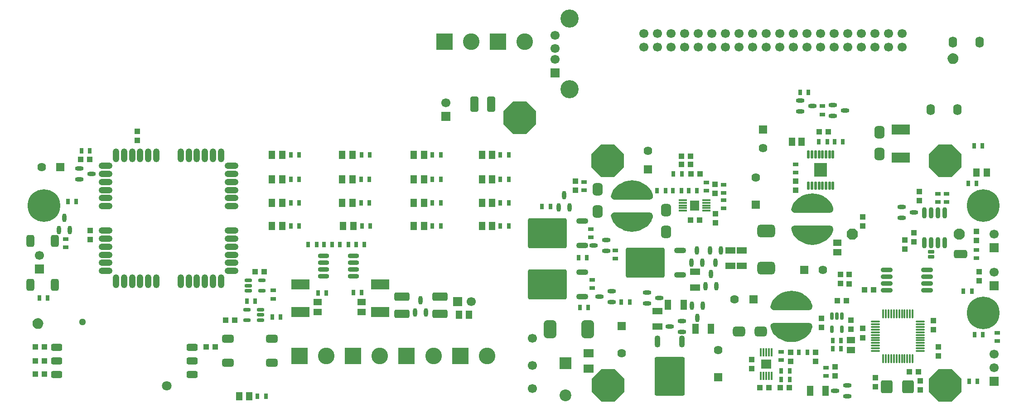
<source format=gts>
G04*
G04 #@! TF.GenerationSoftware,Altium Limited,Altium Designer,19.1.6 (110)*
G04*
G04 Layer_Color=8388736*
%FSLAX24Y24*%
%MOIN*%
G70*
G01*
G75*
%ADD57R,0.0394X0.0433*%
%ADD58O,0.0320X0.0630*%
G04:AMPARAMS|DCode=59|XSize=86.6mil|YSize=59.1mil|CornerRadius=15.7mil|HoleSize=0mil|Usage=FLASHONLY|Rotation=90.000|XOffset=0mil|YOffset=0mil|HoleType=Round|Shape=RoundedRectangle|*
%AMROUNDEDRECTD59*
21,1,0.0866,0.0276,0,0,90.0*
21,1,0.0551,0.0591,0,0,90.0*
1,1,0.0315,0.0138,0.0276*
1,1,0.0315,0.0138,-0.0276*
1,1,0.0315,-0.0138,-0.0276*
1,1,0.0315,-0.0138,0.0276*
%
%ADD59ROUNDEDRECTD59*%
%ADD60R,0.0453X0.0591*%
%ADD61R,0.0315X0.0394*%
%ADD62O,0.0839X0.0335*%
%ADD63R,0.0433X0.0433*%
%ADD64R,0.0394X0.0315*%
%ADD65O,0.0630X0.0320*%
%ADD66R,0.1378X0.0748*%
G04:AMPARAMS|DCode=67|XSize=90.6mil|YSize=72.8mil|CornerRadius=19.2mil|HoleSize=0mil|Usage=FLASHONLY|Rotation=270.000|XOffset=0mil|YOffset=0mil|HoleType=Round|Shape=RoundedRectangle|*
%AMROUNDEDRECTD67*
21,1,0.0906,0.0344,0,0,270.0*
21,1,0.0522,0.0728,0,0,270.0*
1,1,0.0384,-0.0172,-0.0261*
1,1,0.0384,-0.0172,0.0261*
1,1,0.0384,0.0172,0.0261*
1,1,0.0384,0.0172,-0.0261*
%
%ADD67ROUNDEDRECTD67*%
%ADD68R,0.0433X0.0394*%
G04:AMPARAMS|DCode=69|XSize=114.2mil|YSize=63mil|CornerRadius=16.7mil|HoleSize=0mil|Usage=FLASHONLY|Rotation=0.000|XOffset=0mil|YOffset=0mil|HoleType=Round|Shape=RoundedRectangle|*
%AMROUNDEDRECTD69*
21,1,0.1142,0.0295,0,0,0.0*
21,1,0.0807,0.0630,0,0,0.0*
1,1,0.0335,0.0404,-0.0148*
1,1,0.0335,-0.0404,-0.0148*
1,1,0.0335,-0.0404,0.0148*
1,1,0.0335,0.0404,0.0148*
%
%ADD69ROUNDEDRECTD69*%
G04:AMPARAMS|DCode=70|XSize=86.6mil|YSize=59.1mil|CornerRadius=15.7mil|HoleSize=0mil|Usage=FLASHONLY|Rotation=0.000|XOffset=0mil|YOffset=0mil|HoleType=Round|Shape=RoundedRectangle|*
%AMROUNDEDRECTD70*
21,1,0.0866,0.0276,0,0,0.0*
21,1,0.0551,0.0591,0,0,0.0*
1,1,0.0315,0.0276,-0.0138*
1,1,0.0315,-0.0276,-0.0138*
1,1,0.0315,-0.0276,0.0138*
1,1,0.0315,0.0276,0.0138*
%
%ADD70ROUNDEDRECTD70*%
%ADD71O,0.0571X0.0276*%
G04:AMPARAMS|DCode=72|XSize=114.2mil|YSize=63mil|CornerRadius=16.7mil|HoleSize=0mil|Usage=FLASHONLY|Rotation=90.000|XOffset=0mil|YOffset=0mil|HoleType=Round|Shape=RoundedRectangle|*
%AMROUNDEDRECTD72*
21,1,0.1142,0.0295,0,0,90.0*
21,1,0.0807,0.0630,0,0,90.0*
1,1,0.0335,0.0148,0.0404*
1,1,0.0335,0.0148,-0.0404*
1,1,0.0335,-0.0148,-0.0404*
1,1,0.0335,-0.0148,0.0404*
%
%ADD72ROUNDEDRECTD72*%
%ADD73O,0.1024X0.0472*%
%ADD74O,0.0472X0.1024*%
%ADD75R,0.0492X0.0610*%
%ADD76R,0.0610X0.0492*%
%ADD77R,0.0945X0.1004*%
%ADD78O,0.0217X0.0630*%
G04:AMPARAMS|DCode=79|XSize=131.9mil|YSize=94.5mil|CornerRadius=24.6mil|HoleSize=0mil|Usage=FLASHONLY|Rotation=180.000|XOffset=0mil|YOffset=0mil|HoleType=Round|Shape=RoundedRectangle|*
%AMROUNDEDRECTD79*
21,1,0.1319,0.0453,0,0,180.0*
21,1,0.0827,0.0945,0,0,180.0*
1,1,0.0492,-0.0413,0.0226*
1,1,0.0492,0.0413,0.0226*
1,1,0.0492,0.0413,-0.0226*
1,1,0.0492,-0.0413,-0.0226*
%
%ADD79ROUNDEDRECTD79*%
%ADD80O,0.0889X0.0335*%
%ADD81R,0.0453X0.0728*%
%ADD82O,0.0276X0.0571*%
G04:AMPARAMS|DCode=83|XSize=47.2mil|YSize=27.6mil|CornerRadius=7.9mil|HoleSize=0mil|Usage=FLASHONLY|Rotation=0.000|XOffset=0mil|YOffset=0mil|HoleType=Round|Shape=RoundedRectangle|*
%AMROUNDEDRECTD83*
21,1,0.0472,0.0118,0,0,0.0*
21,1,0.0315,0.0276,0,0,0.0*
1,1,0.0157,0.0157,-0.0059*
1,1,0.0157,-0.0157,-0.0059*
1,1,0.0157,-0.0157,0.0059*
1,1,0.0157,0.0157,0.0059*
%
%ADD83ROUNDEDRECTD83*%
G04:AMPARAMS|DCode=84|XSize=98.4mil|YSize=63mil|CornerRadius=16.7mil|HoleSize=0mil|Usage=FLASHONLY|Rotation=0.000|XOffset=0mil|YOffset=0mil|HoleType=Round|Shape=RoundedRectangle|*
%AMROUNDEDRECTD84*
21,1,0.0984,0.0295,0,0,0.0*
21,1,0.0650,0.0630,0,0,0.0*
1,1,0.0335,0.0325,-0.0148*
1,1,0.0335,-0.0325,-0.0148*
1,1,0.0335,-0.0325,0.0148*
1,1,0.0335,0.0325,0.0148*
%
%ADD84ROUNDEDRECTD84*%
%ADD85O,0.0335X0.0839*%
%ADD86O,0.0669X0.0157*%
%ADD87O,0.0157X0.0669*%
G04:AMPARAMS|DCode=88|XSize=94.5mil|YSize=86.6mil|CornerRadius=14.4mil|HoleSize=0mil|Usage=FLASHONLY|Rotation=90.000|XOffset=0mil|YOffset=0mil|HoleType=Round|Shape=RoundedRectangle|*
%AMROUNDEDRECTD88*
21,1,0.0945,0.0579,0,0,90.0*
21,1,0.0657,0.0866,0,0,90.0*
1,1,0.0287,0.0289,0.0329*
1,1,0.0287,0.0289,-0.0329*
1,1,0.0287,-0.0289,-0.0329*
1,1,0.0287,-0.0289,0.0329*
%
%ADD88ROUNDEDRECTD88*%
%ADD89R,0.0591X0.0453*%
%ADD90O,0.0886X0.0433*%
G04:AMPARAMS|DCode=91|XSize=283.5mil|YSize=222.4mil|CornerRadius=12.9mil|HoleSize=0mil|Usage=FLASHONLY|Rotation=180.000|XOffset=0mil|YOffset=0mil|HoleType=Round|Shape=RoundedRectangle|*
%AMROUNDEDRECTD91*
21,1,0.2835,0.1967,0,0,180.0*
21,1,0.2577,0.2224,0,0,180.0*
1,1,0.0258,-0.1288,0.0983*
1,1,0.0258,0.1288,0.0983*
1,1,0.0258,0.1288,-0.0983*
1,1,0.0258,-0.1288,-0.0983*
%
%ADD91ROUNDEDRECTD91*%
%ADD92O,0.0610X0.0157*%
%ADD93R,0.0650X0.0768*%
%ADD94R,0.0728X0.0453*%
G04:AMPARAMS|DCode=95|XSize=90.6mil|YSize=72.8mil|CornerRadius=19.2mil|HoleSize=0mil|Usage=FLASHONLY|Rotation=0.000|XOffset=0mil|YOffset=0mil|HoleType=Round|Shape=RoundedRectangle|*
%AMROUNDEDRECTD95*
21,1,0.0906,0.0344,0,0,0.0*
21,1,0.0522,0.0728,0,0,0.0*
1,1,0.0384,0.0261,-0.0172*
1,1,0.0384,-0.0261,-0.0172*
1,1,0.0384,-0.0261,0.0172*
1,1,0.0384,0.0261,0.0172*
%
%ADD95ROUNDEDRECTD95*%
%ADD96O,0.0157X0.0610*%
%ADD97R,0.0768X0.0650*%
%ADD98R,0.0748X0.0591*%
%ADD99O,0.0433X0.0886*%
G04:AMPARAMS|DCode=100|XSize=283.5mil|YSize=222.4mil|CornerRadius=12.9mil|HoleSize=0mil|Usage=FLASHONLY|Rotation=270.000|XOffset=0mil|YOffset=0mil|HoleType=Round|Shape=RoundedRectangle|*
%AMROUNDEDRECTD100*
21,1,0.2835,0.1967,0,0,270.0*
21,1,0.2577,0.2224,0,0,270.0*
1,1,0.0258,-0.0983,-0.1288*
1,1,0.0258,-0.0983,0.1288*
1,1,0.0258,0.0983,0.1288*
1,1,0.0258,0.0983,-0.1288*
%
%ADD100ROUNDEDRECTD100*%
G04:AMPARAMS|DCode=101|XSize=131.9mil|YSize=94.5mil|CornerRadius=24.6mil|HoleSize=0mil|Usage=FLASHONLY|Rotation=90.000|XOffset=0mil|YOffset=0mil|HoleType=Round|Shape=RoundedRectangle|*
%AMROUNDEDRECTD101*
21,1,0.1319,0.0453,0,0,90.0*
21,1,0.0827,0.0945,0,0,90.0*
1,1,0.0492,0.0226,0.0413*
1,1,0.0492,0.0226,-0.0413*
1,1,0.0492,-0.0226,-0.0413*
1,1,0.0492,-0.0226,0.0413*
%
%ADD101ROUNDEDRECTD101*%
G04:AMPARAMS|DCode=102|XSize=82.7mil|YSize=51.2mil|CornerRadius=13.8mil|HoleSize=0mil|Usage=FLASHONLY|Rotation=0.000|XOffset=0mil|YOffset=0mil|HoleType=Round|Shape=RoundedRectangle|*
%AMROUNDEDRECTD102*
21,1,0.0827,0.0236,0,0,0.0*
21,1,0.0551,0.0512,0,0,0.0*
1,1,0.0276,0.0276,-0.0118*
1,1,0.0276,-0.0276,-0.0118*
1,1,0.0276,-0.0276,0.0118*
1,1,0.0276,0.0276,0.0118*
%
%ADD102ROUNDEDRECTD102*%
%ADD103C,0.0512*%
%ADD104C,0.0669*%
%ADD105R,0.0669X0.0669*%
%ADD106C,0.1339*%
%ADD107O,0.0630X0.0827*%
%ADD108C,0.0639*%
%ADD109R,0.0639X0.0639*%
%ADD110C,0.1220*%
%ADD111R,0.1220X0.1220*%
%ADD112R,0.0639X0.0639*%
%ADD113C,0.0827*%
%ADD114P,0.0895X8X202.5*%
%ADD115R,0.0669X0.0669*%
%ADD116R,0.0866X0.0866*%
%ADD117C,0.0866*%
%ADD118C,0.0709*%
%ADD119P,0.2599X8X292.5*%
%ADD120C,0.2402*%
G36*
X77150Y44689D02*
X77246Y44649D01*
X77328Y44586D01*
X77391Y44504D01*
X77431Y44408D01*
X77444Y44306D01*
X77431Y44203D01*
X77391Y44107D01*
X77328Y44025D01*
X77246Y43962D01*
X77150Y43922D01*
X77047Y43908D01*
X76944Y43922D01*
X76849Y43962D01*
X76766Y44025D01*
X76703Y44107D01*
X76664Y44203D01*
X76650Y44306D01*
X76664Y44408D01*
X76703Y44504D01*
X76766Y44586D01*
X76849Y44649D01*
X76944Y44689D01*
X77047Y44703D01*
X77150Y44689D01*
D02*
G37*
G36*
X53650Y35316D02*
X53653Y35314D01*
X53656Y35315D01*
X53874Y35271D01*
X53877Y35269D01*
X53880Y35269D01*
X54091Y35196D01*
X54093Y35194D01*
X54096Y35194D01*
X54295Y35094D01*
X54297Y35092D01*
X54300Y35091D01*
X54484Y34965D01*
X54485Y34963D01*
X54488Y34962D01*
X54654Y34813D01*
X54655Y34811D01*
X54656Y34811D01*
X54658Y34808D01*
X54659Y34807D01*
X54661Y34806D01*
X54766Y34679D01*
X54767Y34676D01*
X54770Y34674D01*
X54854Y34532D01*
X54855Y34529D01*
X54857Y34526D01*
X54918Y34373D01*
X54918Y34372D01*
X54919Y34370D01*
X54961Y34236D01*
X54961Y34232D01*
X54963Y34228D01*
X54972Y34155D01*
X54969Y34147D01*
X54970Y34139D01*
X54952Y34068D01*
X54947Y34062D01*
X54945Y34054D01*
X54901Y33995D01*
X54894Y33990D01*
X54889Y33984D01*
X54827Y33944D01*
X54819Y33943D01*
X54812Y33938D01*
X54740Y33925D01*
X54736Y33926D01*
X54732Y33924D01*
X52126D01*
X52122Y33926D01*
X52118Y33925D01*
X52044Y33939D01*
X52037Y33943D01*
X52029Y33945D01*
X51965Y33985D01*
X51960Y33992D01*
X51953Y33996D01*
X51908Y34057D01*
X51906Y34065D01*
X51901Y34072D01*
X51882Y34145D01*
X51883Y34153D01*
X51881Y34161D01*
X51890Y34236D01*
X51892Y34240D01*
X51891Y34244D01*
X51932Y34373D01*
X51933Y34375D01*
X51933Y34377D01*
X51994Y34527D01*
X51996Y34530D01*
X51997Y34533D01*
X52080Y34673D01*
X52083Y34675D01*
X52084Y34679D01*
X52188Y34804D01*
X52189Y34804D01*
X52190Y34806D01*
X52194Y34811D01*
X52196Y34811D01*
X52196Y34813D01*
X52362Y34962D01*
X52365Y34963D01*
X52367Y34965D01*
X52551Y35091D01*
X52554Y35092D01*
X52555Y35094D01*
X52755Y35194D01*
X52758Y35194D01*
X52760Y35196D01*
X52970Y35269D01*
X52973Y35269D01*
X52976Y35271D01*
X53194Y35315D01*
X53197Y35314D01*
X53200Y35316D01*
X53422Y35331D01*
X53425Y35330D01*
X53428Y35331D01*
X53650Y35316D01*
D02*
G37*
G36*
X66918Y34351D02*
X66921Y34350D01*
X66924Y34350D01*
X67142Y34306D01*
X67145Y34304D01*
X67148Y34305D01*
X67358Y34232D01*
X67361Y34230D01*
X67364Y34230D01*
X67563Y34129D01*
X67565Y34127D01*
X67568Y34126D01*
X67752Y34001D01*
X67753Y33998D01*
X67756Y33997D01*
X67922Y33848D01*
X67922Y33847D01*
X67924Y33846D01*
X67926Y33844D01*
X67927Y33842D01*
X67928Y33841D01*
X68034Y33715D01*
X68035Y33711D01*
X68037Y33709D01*
X68122Y33568D01*
X68122Y33564D01*
X68125Y33562D01*
X68186Y33409D01*
X68186Y33407D01*
X68187Y33406D01*
X68229Y33272D01*
X68229Y33267D01*
X68231Y33264D01*
X68239Y33191D01*
X68237Y33183D01*
X68238Y33175D01*
X68219Y33104D01*
X68214Y33097D01*
X68212Y33089D01*
X68169Y33030D01*
X68162Y33026D01*
X68157Y33019D01*
X68095Y32980D01*
X68087Y32978D01*
X68080Y32974D01*
X68008Y32960D01*
X68004Y32961D01*
X68000Y32959D01*
X65394D01*
X65390Y32961D01*
X65386Y32960D01*
X65312Y32974D01*
X65305Y32979D01*
X65297Y32980D01*
X65233Y33021D01*
X65228Y33027D01*
X65221Y33032D01*
X65176Y33092D01*
X65174Y33100D01*
X65169Y33107D01*
X65150Y33180D01*
X65151Y33188D01*
X65149Y33196D01*
X65157Y33271D01*
X65160Y33275D01*
X65159Y33279D01*
X65200Y33409D01*
X65201Y33410D01*
X65201Y33412D01*
X65261Y33563D01*
X65264Y33565D01*
X65264Y33569D01*
X65348Y33708D01*
X65350Y33711D01*
X65351Y33714D01*
X65455Y33839D01*
X65457Y33840D01*
X65458Y33842D01*
X65462Y33846D01*
X65464Y33847D01*
X65464Y33848D01*
X65630Y33997D01*
X65633Y33998D01*
X65634Y34001D01*
X65818Y34126D01*
X65821Y34127D01*
X65823Y34129D01*
X66022Y34230D01*
X66025Y34230D01*
X66028Y34232D01*
X66238Y34305D01*
X66241Y34304D01*
X66244Y34306D01*
X66462Y34350D01*
X66465Y34350D01*
X66468Y34351D01*
X66690Y34366D01*
X66693Y34365D01*
X66696Y34366D01*
X66918Y34351D01*
D02*
G37*
G36*
X54728Y32964D02*
X54732Y32965D01*
X54806Y32951D01*
X54813Y32946D01*
X54821Y32945D01*
X54885Y32905D01*
X54890Y32898D01*
X54897Y32894D01*
X54942Y32833D01*
X54944Y32825D01*
X54949Y32818D01*
X54968Y32745D01*
X54967Y32737D01*
X54969Y32729D01*
X54961Y32654D01*
X54959Y32650D01*
X54959Y32646D01*
X54918Y32516D01*
X54917Y32515D01*
X54917Y32513D01*
X54857Y32362D01*
X54854Y32360D01*
X54854Y32356D01*
X54771Y32217D01*
X54768Y32215D01*
X54767Y32211D01*
X54663Y32086D01*
X54661Y32085D01*
X54661Y32084D01*
X54656Y32079D01*
X54655Y32078D01*
X54654Y32077D01*
X54488Y31928D01*
X54485Y31927D01*
X54484Y31924D01*
X54300Y31799D01*
X54297Y31798D01*
X54295Y31796D01*
X54096Y31696D01*
X54093Y31695D01*
X54091Y31693D01*
X53880Y31621D01*
X53877Y31621D01*
X53874Y31619D01*
X53656Y31575D01*
X53653Y31575D01*
X53650Y31574D01*
X53428Y31559D01*
X53425Y31560D01*
X53422Y31559D01*
X53200Y31574D01*
X53197Y31575D01*
X53194Y31575D01*
X52976Y31619D01*
X52973Y31621D01*
X52970Y31621D01*
X52760Y31693D01*
X52758Y31695D01*
X52755Y31696D01*
X52555Y31796D01*
X52554Y31798D01*
X52551Y31799D01*
X52367Y31924D01*
X52365Y31927D01*
X52362Y31928D01*
X52196Y32077D01*
X52196Y32078D01*
X52194Y32079D01*
X52192Y32081D01*
X52191Y32083D01*
X52190Y32084D01*
X52085Y32211D01*
X52084Y32214D01*
X52081Y32216D01*
X51996Y32357D01*
X51996Y32361D01*
X51993Y32364D01*
X51932Y32516D01*
X51932Y32518D01*
X51931Y32520D01*
X51889Y32654D01*
X51889Y32658D01*
X51887Y32661D01*
X51879Y32734D01*
X51881Y32742D01*
X51880Y32751D01*
X51899Y32822D01*
X51904Y32828D01*
X51906Y32836D01*
X51949Y32895D01*
X51956Y32900D01*
X51961Y32906D01*
X52023Y32945D01*
X52031Y32947D01*
X52038Y32951D01*
X52110Y32965D01*
X52114Y32964D01*
X52118Y32966D01*
X54724D01*
X54728Y32964D01*
D02*
G37*
G36*
X67996Y32000D02*
X68000Y32000D01*
X68074Y31986D01*
X68081Y31982D01*
X68089Y31980D01*
X68153Y31940D01*
X68158Y31933D01*
X68165Y31929D01*
X68210Y31868D01*
X68212Y31860D01*
X68217Y31854D01*
X68236Y31781D01*
X68235Y31772D01*
X68237Y31764D01*
X68228Y31689D01*
X68226Y31686D01*
X68227Y31681D01*
X68186Y31552D01*
X68185Y31551D01*
X68185Y31549D01*
X68125Y31398D01*
X68122Y31395D01*
X68122Y31392D01*
X68038Y31252D01*
X68035Y31250D01*
X68034Y31247D01*
X67930Y31122D01*
X67929Y31121D01*
X67928Y31119D01*
X67924Y31114D01*
X67922Y31114D01*
X67922Y31113D01*
X67756Y30963D01*
X67753Y30962D01*
X67752Y30960D01*
X67568Y30834D01*
X67565Y30834D01*
X67563Y30831D01*
X67364Y30731D01*
X67361Y30731D01*
X67358Y30729D01*
X67148Y30656D01*
X67145Y30656D01*
X67142Y30655D01*
X66924Y30610D01*
X66921Y30611D01*
X66918Y30610D01*
X66696Y30595D01*
X66693Y30596D01*
X66690Y30595D01*
X66468Y30610D01*
X66465Y30611D01*
X66462Y30610D01*
X66244Y30655D01*
X66241Y30656D01*
X66238Y30656D01*
X66028Y30729D01*
X66025Y30731D01*
X66022Y30731D01*
X65823Y30831D01*
X65821Y30834D01*
X65818Y30834D01*
X65634Y30960D01*
X65633Y30962D01*
X65630Y30963D01*
X65464Y31113D01*
X65463Y31114D01*
X65462Y31115D01*
X65460Y31117D01*
X65459Y31119D01*
X65458Y31119D01*
X65352Y31246D01*
X65351Y31249D01*
X65348Y31251D01*
X65264Y31393D01*
X65264Y31396D01*
X65261Y31399D01*
X65200Y31552D01*
X65200Y31554D01*
X65199Y31555D01*
X65157Y31689D01*
X65157Y31693D01*
X65155Y31697D01*
X65147Y31770D01*
X65149Y31778D01*
X65148Y31786D01*
X65166Y31857D01*
X65171Y31863D01*
X65173Y31871D01*
X65217Y31931D01*
X65224Y31935D01*
X65229Y31942D01*
X65291Y31981D01*
X65299Y31982D01*
X65306Y31987D01*
X65378Y32000D01*
X65382Y32000D01*
X65386Y32001D01*
X67992D01*
X67996Y32000D01*
D02*
G37*
G36*
X65383Y27186D02*
X65385Y27184D01*
X65388Y27185D01*
X65607Y27141D01*
X65609Y27139D01*
X65612Y27139D01*
X65823Y27066D01*
X65825Y27064D01*
X65828Y27064D01*
X66027Y26964D01*
X66029Y26962D01*
X66032Y26961D01*
X66216Y26835D01*
X66218Y26833D01*
X66221Y26832D01*
X66386Y26683D01*
X66387Y26681D01*
X66388Y26681D01*
X66391Y26678D01*
X66391Y26677D01*
X66393Y26676D01*
X66498Y26549D01*
X66499Y26546D01*
X66502Y26544D01*
X66586Y26402D01*
X66587Y26399D01*
X66589Y26396D01*
X66651Y26244D01*
X66651Y26242D01*
X66652Y26240D01*
X66694Y26106D01*
X66693Y26102D01*
X66695Y26098D01*
X66704Y26025D01*
X66702Y26017D01*
X66703Y26009D01*
X66684Y25938D01*
X66679Y25932D01*
X66677Y25924D01*
X66633Y25865D01*
X66626Y25860D01*
X66622Y25854D01*
X66560Y25814D01*
X66551Y25813D01*
X66545Y25809D01*
X66472Y25795D01*
X66468Y25796D01*
X66464Y25794D01*
X63859D01*
X63855Y25796D01*
X63851Y25795D01*
X63776Y25809D01*
X63769Y25813D01*
X63761Y25815D01*
X63697Y25855D01*
X63692Y25862D01*
X63685Y25866D01*
X63641Y25927D01*
X63639Y25935D01*
X63634Y25942D01*
X63614Y26015D01*
X63615Y26023D01*
X63613Y26031D01*
X63622Y26106D01*
X63624Y26110D01*
X63624Y26114D01*
X63664Y26243D01*
X63665Y26245D01*
X63665Y26247D01*
X63726Y26397D01*
X63728Y26400D01*
X63729Y26403D01*
X63812Y26543D01*
X63815Y26545D01*
X63816Y26549D01*
X63920Y26674D01*
X63921Y26674D01*
X63922Y26676D01*
X63927Y26681D01*
X63928Y26681D01*
X63929Y26683D01*
X64094Y26832D01*
X64097Y26833D01*
X64099Y26835D01*
X64283Y26961D01*
X64286Y26962D01*
X64288Y26964D01*
X64487Y27064D01*
X64490Y27064D01*
X64492Y27066D01*
X64703Y27139D01*
X64706Y27139D01*
X64708Y27141D01*
X64927Y27185D01*
X64930Y27184D01*
X64932Y27186D01*
X65155Y27201D01*
X65157Y27200D01*
X65160Y27201D01*
X65383Y27186D01*
D02*
G37*
G36*
X66460Y24834D02*
X66464Y24835D01*
X66539Y24821D01*
X66546Y24816D01*
X66554Y24815D01*
X66618Y24775D01*
X66622Y24768D01*
X66630Y24764D01*
X66674Y24703D01*
X66676Y24695D01*
X66681Y24688D01*
X66701Y24615D01*
X66699Y24607D01*
X66702Y24599D01*
X66693Y24524D01*
X66691Y24520D01*
X66691Y24516D01*
X66651Y24387D01*
X66650Y24385D01*
X66650Y24383D01*
X66589Y24232D01*
X66587Y24230D01*
X66586Y24226D01*
X66503Y24087D01*
X66500Y24085D01*
X66499Y24081D01*
X66395Y23956D01*
X66393Y23955D01*
X66393Y23954D01*
X66388Y23949D01*
X66387Y23949D01*
X66386Y23947D01*
X66221Y23798D01*
X66218Y23797D01*
X66216Y23795D01*
X66032Y23669D01*
X66029Y23668D01*
X66027Y23666D01*
X65828Y23566D01*
X65825Y23566D01*
X65823Y23564D01*
X65612Y23491D01*
X65609Y23491D01*
X65607Y23489D01*
X65388Y23445D01*
X65385Y23446D01*
X65383Y23444D01*
X65160Y23429D01*
X65157Y23430D01*
X65155Y23429D01*
X64932Y23444D01*
X64930Y23446D01*
X64927Y23445D01*
X64708Y23489D01*
X64706Y23491D01*
X64703Y23491D01*
X64492Y23564D01*
X64490Y23566D01*
X64487Y23566D01*
X64288Y23666D01*
X64286Y23668D01*
X64283Y23669D01*
X64099Y23795D01*
X64097Y23797D01*
X64094Y23798D01*
X63929Y23947D01*
X63928Y23949D01*
X63927Y23949D01*
X63924Y23952D01*
X63924Y23953D01*
X63922Y23954D01*
X63817Y24081D01*
X63816Y24084D01*
X63813Y24086D01*
X63729Y24228D01*
X63728Y24231D01*
X63726Y24234D01*
X63664Y24386D01*
X63664Y24388D01*
X63663Y24390D01*
X63621Y24524D01*
X63622Y24528D01*
X63620Y24532D01*
X63611Y24604D01*
X63613Y24612D01*
X63612Y24621D01*
X63631Y24692D01*
X63636Y24698D01*
X63638Y24706D01*
X63682Y24765D01*
X63689Y24770D01*
X63693Y24776D01*
X63755Y24815D01*
X63764Y24817D01*
X63770Y24821D01*
X63843Y24835D01*
X63847Y24834D01*
X63851Y24836D01*
X66456D01*
X66460Y24834D01*
D02*
G37*
G36*
X9827Y25187D02*
X9923Y25147D01*
X10005Y25084D01*
X10068Y25002D01*
X10108Y24906D01*
X10122Y24803D01*
X10108Y24700D01*
X10068Y24605D01*
X10005Y24522D01*
X9923Y24459D01*
X9827Y24420D01*
X9724Y24406D01*
X9622Y24420D01*
X9526Y24459D01*
X9444Y24522D01*
X9381Y24605D01*
X9341Y24700D01*
X9327Y24803D01*
X9341Y24906D01*
X9381Y25002D01*
X9444Y25084D01*
X9526Y25147D01*
X9622Y25187D01*
X9724Y25200D01*
X9827Y25187D01*
D02*
G37*
D57*
X68770Y27736D02*
D03*
Y28406D02*
D03*
X69400Y27726D02*
D03*
Y28396D02*
D03*
X49272Y34596D02*
D03*
Y35266D02*
D03*
X13583Y31634D02*
D03*
Y30965D02*
D03*
X75591Y24350D02*
D03*
Y25020D02*
D03*
X67362Y24508D02*
D03*
Y25177D02*
D03*
X65472Y35266D02*
D03*
Y34596D02*
D03*
X74567Y33839D02*
D03*
Y34508D02*
D03*
X78976Y27933D02*
D03*
Y28602D02*
D03*
X78780Y30915D02*
D03*
Y31585D02*
D03*
X68356Y20942D02*
D03*
Y21611D02*
D03*
X69528Y25036D02*
D03*
Y24367D02*
D03*
X73504Y30282D02*
D03*
Y30951D02*
D03*
X74173Y31476D02*
D03*
Y30807D02*
D03*
X70394Y31988D02*
D03*
Y32657D02*
D03*
Y23760D02*
D03*
Y24429D02*
D03*
X75984Y23091D02*
D03*
Y22421D02*
D03*
X71321Y20138D02*
D03*
Y20807D02*
D03*
X74646Y19924D02*
D03*
Y20593D02*
D03*
X59528Y35047D02*
D03*
Y34377D02*
D03*
X59554Y32198D02*
D03*
Y32867D02*
D03*
X66926Y22008D02*
D03*
Y22677D02*
D03*
X65115Y22008D02*
D03*
Y22677D02*
D03*
X62244Y21476D02*
D03*
Y22146D02*
D03*
X17047Y38957D02*
D03*
Y38287D02*
D03*
D58*
X48022Y33342D02*
D03*
X48822D02*
D03*
X48422Y34252D02*
D03*
X37461Y25605D02*
D03*
X38261D02*
D03*
X37861Y26515D02*
D03*
X11260Y31668D02*
D03*
X12060D02*
D03*
X11660Y32578D02*
D03*
X59980Y30182D02*
D03*
X59180D02*
D03*
X59580Y29272D02*
D03*
X58628Y26127D02*
D03*
X57828D02*
D03*
X58228Y25217D02*
D03*
X58819Y27535D02*
D03*
X59619D02*
D03*
X59219Y28445D02*
D03*
X57815Y29267D02*
D03*
X58615D02*
D03*
X58215Y30177D02*
D03*
D59*
X10955Y27657D02*
D03*
X9183D02*
D03*
X10955Y30886D02*
D03*
X9183D02*
D03*
D60*
X43150Y31988D02*
D03*
X42402D02*
D03*
X43150Y33665D02*
D03*
X42402D02*
D03*
X43150Y35406D02*
D03*
X42402D02*
D03*
X43150Y37217D02*
D03*
X42402D02*
D03*
X38130Y31988D02*
D03*
X37382D02*
D03*
X38130Y33665D02*
D03*
X37382D02*
D03*
X38130Y35406D02*
D03*
X37382D02*
D03*
X38130Y37217D02*
D03*
X37382D02*
D03*
X32854D02*
D03*
X32106D02*
D03*
X32854Y35406D02*
D03*
X32106D02*
D03*
X32854Y33665D02*
D03*
X32106D02*
D03*
X32923Y31988D02*
D03*
X32175D02*
D03*
X27687Y33665D02*
D03*
X26939D02*
D03*
X27687Y35406D02*
D03*
X26939D02*
D03*
X27687Y37217D02*
D03*
X26939D02*
D03*
X27687Y31988D02*
D03*
X26939D02*
D03*
X25276Y19449D02*
D03*
X24528D02*
D03*
X78780Y35906D02*
D03*
X79528D02*
D03*
X40689Y25433D02*
D03*
X41437D02*
D03*
D61*
X43750Y31988D02*
D03*
X44360D02*
D03*
X43750Y33665D02*
D03*
X44360D02*
D03*
X55886Y34567D02*
D03*
X55276D02*
D03*
X43750Y35413D02*
D03*
X44360D02*
D03*
X43750Y37217D02*
D03*
X44360D02*
D03*
X79242Y23976D02*
D03*
X78632D02*
D03*
X38750Y31988D02*
D03*
X39360D02*
D03*
X38750Y33665D02*
D03*
X39360D02*
D03*
X38750Y35413D02*
D03*
X39360D02*
D03*
X38750Y37217D02*
D03*
X39360D02*
D03*
X33533D02*
D03*
X34143D02*
D03*
X33494Y35413D02*
D03*
X34104D02*
D03*
X33494Y33665D02*
D03*
X34104D02*
D03*
X33563Y31988D02*
D03*
X34173D02*
D03*
X28337Y33665D02*
D03*
X28947D02*
D03*
X28327Y35413D02*
D03*
X28937D02*
D03*
X28337Y37217D02*
D03*
X28947D02*
D03*
X27569Y25295D02*
D03*
X26959D02*
D03*
X28327Y31988D02*
D03*
X28937D02*
D03*
X25876Y19449D02*
D03*
X26486D02*
D03*
X25709Y26457D02*
D03*
X25099D02*
D03*
X29616Y30617D02*
D03*
X30226D02*
D03*
X30758D02*
D03*
X31368D02*
D03*
X9823Y26673D02*
D03*
X10433D02*
D03*
X12923Y37520D02*
D03*
X13533D02*
D03*
X11939Y33780D02*
D03*
X12549D02*
D03*
X65797Y41811D02*
D03*
X66407D02*
D03*
X67785Y38189D02*
D03*
X67175D02*
D03*
X68948D02*
D03*
X68338D02*
D03*
X78159Y35118D02*
D03*
X78769D02*
D03*
X77815Y27165D02*
D03*
X78425D02*
D03*
X68199Y23560D02*
D03*
X68809D02*
D03*
X68809Y22930D02*
D03*
X68199D02*
D03*
X78238Y20535D02*
D03*
X78848D02*
D03*
X30325Y27047D02*
D03*
X30935D02*
D03*
X33533Y27087D02*
D03*
X32923D02*
D03*
X79213Y37874D02*
D03*
X78603D02*
D03*
X50108Y29646D02*
D03*
X49498D02*
D03*
X50197Y25984D02*
D03*
X49587D02*
D03*
X47421Y33415D02*
D03*
X46811D02*
D03*
X53258Y26378D02*
D03*
X52648D02*
D03*
X57087Y35827D02*
D03*
X56477D02*
D03*
X57052Y34567D02*
D03*
X56442D02*
D03*
X58199D02*
D03*
X57589D02*
D03*
X65022Y21304D02*
D03*
X64412D02*
D03*
X66326Y22677D02*
D03*
X65716D02*
D03*
X65022Y20669D02*
D03*
X64412D02*
D03*
X32559Y30617D02*
D03*
X31949D02*
D03*
X33740D02*
D03*
X33130D02*
D03*
D62*
X30748Y29280D02*
D03*
X32948D02*
D03*
X30748Y29780D02*
D03*
X32948D02*
D03*
X30748Y28280D02*
D03*
Y28780D02*
D03*
X32948D02*
D03*
Y28280D02*
D03*
D63*
X53425Y34495D02*
D03*
Y32395D02*
D03*
X66693Y31430D02*
D03*
Y33530D02*
D03*
X65157Y24265D02*
D03*
Y26365D02*
D03*
D64*
X80285Y23514D02*
D03*
Y24124D02*
D03*
X27047Y26624D02*
D03*
Y27234D02*
D03*
X11762Y31024D02*
D03*
Y30414D02*
D03*
X67435Y40798D02*
D03*
Y40188D02*
D03*
X65472Y35915D02*
D03*
Y36525D02*
D03*
X49902Y35207D02*
D03*
Y34597D02*
D03*
X78780Y29616D02*
D03*
Y30226D02*
D03*
X67687Y21542D02*
D03*
Y20932D02*
D03*
X75924Y33750D02*
D03*
Y34360D02*
D03*
X76579Y33750D02*
D03*
Y34360D02*
D03*
X52188Y30187D02*
D03*
Y29577D02*
D03*
X50394Y31152D02*
D03*
Y31762D02*
D03*
X50512Y27411D02*
D03*
Y28021D02*
D03*
X58888Y35194D02*
D03*
Y34584D02*
D03*
X60157Y35027D02*
D03*
Y34417D02*
D03*
Y33888D02*
D03*
Y33278D02*
D03*
X64409Y22107D02*
D03*
Y22717D02*
D03*
D65*
X50611Y30538D02*
D03*
X51521Y30938D02*
D03*
Y30138D02*
D03*
X12771Y36201D02*
D03*
Y35401D02*
D03*
X13681Y35801D02*
D03*
X65802Y41201D02*
D03*
Y40401D02*
D03*
X66712Y40801D02*
D03*
X68198Y40867D02*
D03*
Y40067D02*
D03*
X69108Y40467D02*
D03*
X68357Y19859D02*
D03*
X69267Y19459D02*
D03*
Y20259D02*
D03*
X73262Y33366D02*
D03*
Y32566D02*
D03*
X74172Y32966D02*
D03*
X51943Y26378D02*
D03*
Y27178D02*
D03*
X51033Y26778D02*
D03*
X54528Y27087D02*
D03*
Y26287D02*
D03*
X55438Y26687D02*
D03*
X57111Y24193D02*
D03*
Y24993D02*
D03*
X56201Y24593D02*
D03*
D66*
X34892Y25640D02*
D03*
Y27687D02*
D03*
X73189Y37028D02*
D03*
Y39075D02*
D03*
X29026Y27687D02*
D03*
Y25640D02*
D03*
D67*
X71624Y37264D02*
D03*
Y38878D02*
D03*
X50900Y33061D02*
D03*
Y34675D02*
D03*
X55945Y33150D02*
D03*
Y31535D02*
D03*
D68*
X57746Y37106D02*
D03*
X57077D02*
D03*
X69193Y26489D02*
D03*
X68524D02*
D03*
X25689Y28612D02*
D03*
X26358D02*
D03*
X24193Y25059D02*
D03*
X23524D02*
D03*
X13524Y36890D02*
D03*
X12854D02*
D03*
X22106Y23071D02*
D03*
X22776D02*
D03*
X10217Y21063D02*
D03*
X9547D02*
D03*
X10217Y22047D02*
D03*
X9547D02*
D03*
X10217Y23071D02*
D03*
X9547D02*
D03*
X67185Y38898D02*
D03*
X67854D02*
D03*
X70532Y27271D02*
D03*
X71201D02*
D03*
X74508Y21260D02*
D03*
X73839D02*
D03*
X57749Y36511D02*
D03*
X57080D02*
D03*
X58435Y35827D02*
D03*
X57766D02*
D03*
X58406Y32402D02*
D03*
X57736D02*
D03*
X65001Y20070D02*
D03*
X64332D02*
D03*
X63489D02*
D03*
X62820D02*
D03*
D69*
X36496Y26772D02*
D03*
Y25512D02*
D03*
X39291Y26772D02*
D03*
Y25512D02*
D03*
D70*
X26929Y23681D02*
D03*
Y21909D02*
D03*
X23701Y23681D02*
D03*
Y21909D02*
D03*
D71*
X26093Y25433D02*
D03*
X25108Y25059D02*
D03*
X26093D02*
D03*
X25108Y25807D02*
D03*
X26093D02*
D03*
X25207Y27595D02*
D03*
X26191Y27969D02*
D03*
X25207D02*
D03*
X26191Y27221D02*
D03*
X25207D02*
D03*
D72*
X41821Y40935D02*
D03*
X43081D02*
D03*
D73*
X23957Y28681D02*
D03*
X14705D02*
D03*
X23957Y35807D02*
D03*
Y36398D02*
D03*
Y35217D02*
D03*
Y34626D02*
D03*
Y34035D02*
D03*
Y33445D02*
D03*
Y29862D02*
D03*
Y31634D02*
D03*
Y31043D02*
D03*
Y30453D02*
D03*
Y29272D02*
D03*
X14705Y35217D02*
D03*
Y35807D02*
D03*
Y36398D02*
D03*
Y33445D02*
D03*
Y34035D02*
D03*
Y34626D02*
D03*
Y29272D02*
D03*
Y29862D02*
D03*
Y30453D02*
D03*
Y31043D02*
D03*
Y31634D02*
D03*
D74*
X15472Y37165D02*
D03*
X18425D02*
D03*
X21417D02*
D03*
X15472Y27913D02*
D03*
X18425D02*
D03*
X21417D02*
D03*
X16063Y37165D02*
D03*
X16654D02*
D03*
X17244D02*
D03*
X17835D02*
D03*
X20236D02*
D03*
X20827D02*
D03*
X22008D02*
D03*
X22598D02*
D03*
X23189D02*
D03*
X16063Y27913D02*
D03*
X16654D02*
D03*
X17244D02*
D03*
X17835D02*
D03*
X20236D02*
D03*
X20827D02*
D03*
X22598D02*
D03*
X22008D02*
D03*
X23189D02*
D03*
D75*
X65906Y38189D02*
D03*
X65197D02*
D03*
D76*
X68543Y30748D02*
D03*
Y30039D02*
D03*
X69528Y23566D02*
D03*
Y22858D02*
D03*
D77*
X67313Y36102D02*
D03*
D78*
X66417Y37244D02*
D03*
X66673D02*
D03*
X66929D02*
D03*
X67185D02*
D03*
X67441D02*
D03*
X67697D02*
D03*
X67953D02*
D03*
X68209D02*
D03*
Y34961D02*
D03*
X67953D02*
D03*
X67697D02*
D03*
X67441D02*
D03*
X67185D02*
D03*
X66929D02*
D03*
X66673D02*
D03*
X66417D02*
D03*
D79*
X63307Y28868D02*
D03*
Y31624D02*
D03*
D80*
X75118Y28756D02*
D03*
Y27756D02*
D03*
Y27256D02*
D03*
X72168Y28756D02*
D03*
Y27756D02*
D03*
Y27256D02*
D03*
X75118Y28256D02*
D03*
X72168D02*
D03*
D81*
X67667Y19843D02*
D03*
X66526D02*
D03*
X57224Y26181D02*
D03*
X56083D02*
D03*
X58091Y24409D02*
D03*
X59232D02*
D03*
D82*
X68504Y25361D02*
D03*
X68878Y24377D02*
D03*
Y25361D02*
D03*
X68130Y24377D02*
D03*
Y25361D02*
D03*
D83*
X75432Y29724D02*
D03*
Y30079D02*
D03*
D84*
X77617Y29902D02*
D03*
D85*
X74924Y30748D02*
D03*
X75424D02*
D03*
Y32948D02*
D03*
X74924D02*
D03*
X76424Y30748D02*
D03*
Y32948D02*
D03*
X75924Y30748D02*
D03*
Y32948D02*
D03*
D86*
X74646Y22776D02*
D03*
Y22972D02*
D03*
Y23169D02*
D03*
Y23366D02*
D03*
Y23563D02*
D03*
Y23760D02*
D03*
Y23957D02*
D03*
Y24154D02*
D03*
Y24350D02*
D03*
Y24547D02*
D03*
X71339D02*
D03*
Y24350D02*
D03*
Y24154D02*
D03*
Y23957D02*
D03*
Y23760D02*
D03*
Y23563D02*
D03*
Y23366D02*
D03*
Y23169D02*
D03*
Y22972D02*
D03*
Y22776D02*
D03*
X74646Y24744D02*
D03*
Y24941D02*
D03*
X71339D02*
D03*
Y24744D02*
D03*
D87*
X74075Y25512D02*
D03*
X73878D02*
D03*
X73681D02*
D03*
X73484D02*
D03*
X73287D02*
D03*
X72697D02*
D03*
X72500D02*
D03*
X72303D02*
D03*
X72106D02*
D03*
X71909D02*
D03*
X73091D02*
D03*
X72894D02*
D03*
X73287Y22205D02*
D03*
X73484D02*
D03*
X73681D02*
D03*
X73878D02*
D03*
X74075D02*
D03*
X71909D02*
D03*
X72106D02*
D03*
X72303D02*
D03*
X72500D02*
D03*
X72697D02*
D03*
X72894D02*
D03*
X73091D02*
D03*
D88*
X73740Y20157D02*
D03*
X72165D02*
D03*
D89*
X30315Y26378D02*
D03*
Y25630D02*
D03*
X33543Y26378D02*
D03*
Y25630D02*
D03*
D90*
X49764Y32346D02*
D03*
Y30551D02*
D03*
X49764Y28582D02*
D03*
Y26786D02*
D03*
X56968Y30177D02*
D03*
Y28382D02*
D03*
D91*
X47205Y31449D02*
D03*
X47205Y27684D02*
D03*
X54409Y29279D02*
D03*
D92*
X58888Y33100D02*
D03*
Y33297D02*
D03*
Y33494D02*
D03*
Y33691D02*
D03*
Y33888D02*
D03*
X57156D02*
D03*
Y33691D02*
D03*
Y33494D02*
D03*
Y33297D02*
D03*
Y33100D02*
D03*
D93*
X58022Y33494D02*
D03*
D94*
X60669Y30177D02*
D03*
Y29035D02*
D03*
X61496Y30177D02*
D03*
Y29035D02*
D03*
X58071Y28602D02*
D03*
Y27461D02*
D03*
X55315Y24587D02*
D03*
Y25728D02*
D03*
D95*
X62913Y24226D02*
D03*
X61299D02*
D03*
D96*
X62913Y20945D02*
D03*
X63110D02*
D03*
X63307D02*
D03*
X63504D02*
D03*
X63701D02*
D03*
Y22677D02*
D03*
X63504D02*
D03*
X63307D02*
D03*
X63110D02*
D03*
X62913D02*
D03*
D97*
X63307Y21811D02*
D03*
D98*
X50236Y22618D02*
D03*
Y21476D02*
D03*
D99*
X55307Y23465D02*
D03*
X57102D02*
D03*
D100*
X56205Y20906D02*
D03*
D101*
X47411Y24370D02*
D03*
X50167D02*
D03*
D102*
X21065Y22059D02*
D03*
X11115D02*
D03*
X21065Y23059D02*
D03*
Y21059D02*
D03*
X11115Y23059D02*
D03*
Y21059D02*
D03*
D103*
X9724Y24803D02*
D03*
X77047Y44306D02*
D03*
X12992Y24921D02*
D03*
D104*
X39744Y41039D02*
D03*
X47766Y46014D02*
D03*
Y45030D02*
D03*
Y44242D02*
D03*
X80079Y28583D02*
D03*
Y22535D02*
D03*
Y21535D02*
D03*
X69307Y46157D02*
D03*
Y45157D02*
D03*
X70307Y46157D02*
D03*
Y45157D02*
D03*
X71307Y46157D02*
D03*
Y45157D02*
D03*
X72307D02*
D03*
Y46157D02*
D03*
X73307Y45157D02*
D03*
Y46157D02*
D03*
X64307D02*
D03*
Y45157D02*
D03*
X65307Y46157D02*
D03*
Y45157D02*
D03*
X66307Y46157D02*
D03*
Y45157D02*
D03*
X67307D02*
D03*
Y46157D02*
D03*
X68307Y45157D02*
D03*
Y46157D02*
D03*
X59307D02*
D03*
Y45157D02*
D03*
X60307Y46157D02*
D03*
Y45157D02*
D03*
X61307Y46157D02*
D03*
Y45157D02*
D03*
X62307D02*
D03*
Y46157D02*
D03*
X63307Y45157D02*
D03*
Y46157D02*
D03*
X54307D02*
D03*
Y45157D02*
D03*
X55307Y46157D02*
D03*
Y45157D02*
D03*
X56307Y46157D02*
D03*
Y45157D02*
D03*
X57307D02*
D03*
Y46157D02*
D03*
X58307Y45157D02*
D03*
Y46157D02*
D03*
X9843Y29819D02*
D03*
X80079Y31394D02*
D03*
X41591Y26427D02*
D03*
X46102Y23701D02*
D03*
Y21701D02*
D03*
Y20020D02*
D03*
D105*
X39744Y40039D02*
D03*
X47766Y43258D02*
D03*
X80079Y27583D02*
D03*
Y20535D02*
D03*
X9843Y28819D02*
D03*
X80079Y30394D02*
D03*
D106*
X48839Y47234D02*
D03*
Y42047D02*
D03*
D107*
X77382Y40561D02*
D03*
X75413D02*
D03*
X77047Y45512D02*
D03*
X79016D02*
D03*
D108*
X54606Y37520D02*
D03*
X63071Y37717D02*
D03*
X59764Y22835D02*
D03*
X67480Y28740D02*
D03*
X10000Y36299D02*
D03*
X52677Y22598D02*
D03*
X62520Y35543D02*
D03*
X60984Y26575D02*
D03*
D109*
X54606Y36142D02*
D03*
X63071Y39094D02*
D03*
X59764Y20835D02*
D03*
X52677Y24598D02*
D03*
X62520Y33543D02*
D03*
D110*
X41614Y45561D02*
D03*
X45551D02*
D03*
X42756Y22402D02*
D03*
X38819D02*
D03*
X34882D02*
D03*
X30945D02*
D03*
D111*
X39646Y45561D02*
D03*
X43583D02*
D03*
X40787Y22402D02*
D03*
X36850D02*
D03*
X32913D02*
D03*
X28976D02*
D03*
D112*
X66102Y28740D02*
D03*
X11378Y36299D02*
D03*
X62362Y26575D02*
D03*
D113*
X77510Y31368D02*
D03*
D114*
X69636D02*
D03*
D115*
X40591Y26427D02*
D03*
D116*
X48543Y21890D02*
D03*
D117*
Y19528D02*
D03*
D118*
X19213Y20197D02*
D03*
D119*
X45167Y39931D02*
D03*
X76467Y20246D02*
D03*
Y36781D02*
D03*
X51634Y36781D02*
D03*
X51654Y20236D02*
D03*
D120*
X79278Y33468D02*
D03*
Y25594D02*
D03*
X10184Y33468D02*
D03*
M02*

</source>
